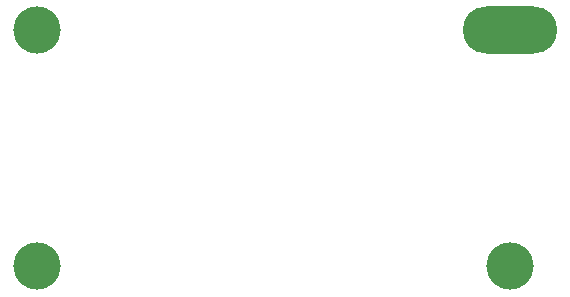
<source format=gbr>
G04 #@! TF.GenerationSoftware,KiCad,Pcbnew,6.0.1-79c1e3a40b~116~ubuntu20.04.1*
G04 #@! TF.CreationDate,2022-02-10T17:59:38+01:00*
G04 #@! TF.ProjectId,SidewinderX1 X axis ConnectorBoard,53696465-7769-46e6-9465-725831205820,rev?*
G04 #@! TF.SameCoordinates,Original*
G04 #@! TF.FileFunction,Paste,Bot*
G04 #@! TF.FilePolarity,Positive*
%FSLAX46Y46*%
G04 Gerber Fmt 4.6, Leading zero omitted, Abs format (unit mm)*
G04 Created by KiCad (PCBNEW 6.0.1-79c1e3a40b~116~ubuntu20.04.1) date 2022-02-10 17:59:38*
%MOMM*%
%LPD*%
G01*
G04 APERTURE LIST*
%ADD10O,8.000000X4.000000*%
%ADD11C,4.000000*%
G04 APERTURE END LIST*
D10*
X59280000Y-35940000D03*
D11*
X59280000Y-55940000D03*
X19280000Y-35940000D03*
X19280000Y-55940000D03*
M02*

</source>
